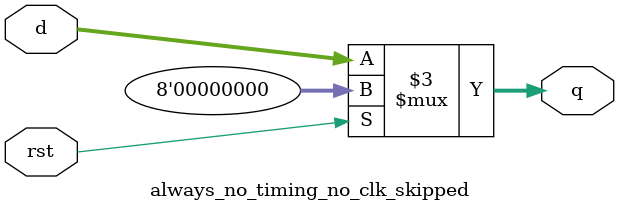
<source format=sv>
module always_no_timing_no_clk_skipped(
  input logic rst,
  input logic [7:0] d,
  output logic [7:0] q
);
  // No timing control and no `clk` net to fall back to.
  always begin
    if (rst) q <= 8'h00;
    else q <= d;
  end
endmodule

</source>
